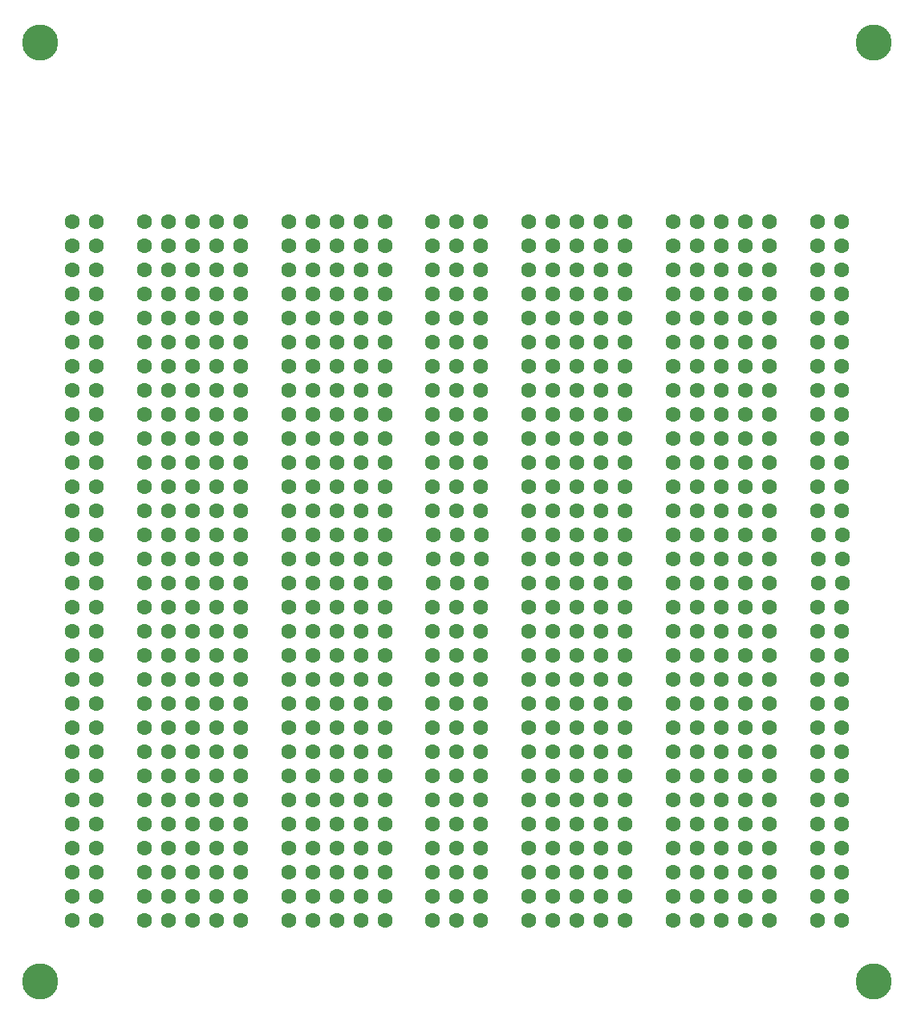
<source format=gbl>
G04 #@! TF.GenerationSoftware,KiCad,Pcbnew,8.0.2*
G04 #@! TF.CreationDate,2024-08-26T09:48:12-06:00*
G04 #@! TF.ProjectId,Perfboard_1_Horizontal,50657266-626f-4617-9264-5f315f486f72,rev?*
G04 #@! TF.SameCoordinates,Original*
G04 #@! TF.FileFunction,Copper,L2,Bot*
G04 #@! TF.FilePolarity,Positive*
%FSLAX46Y46*%
G04 Gerber Fmt 4.6, Leading zero omitted, Abs format (unit mm)*
G04 Created by KiCad (PCBNEW 8.0.2) date 2024-08-26 09:48:12*
%MOMM*%
%LPD*%
G01*
G04 APERTURE LIST*
G04 #@! TA.AperFunction,ComponentPad*
%ADD10C,1.600000*%
G04 #@! TD*
G04 #@! TA.AperFunction,ComponentPad*
%ADD11C,2.600000*%
G04 #@! TD*
G04 #@! TA.AperFunction,ConnectorPad*
%ADD12C,3.800000*%
G04 #@! TD*
G04 APERTURE END LIST*
D10*
X160700000Y-124000000D03*
X135360000Y-126540000D03*
X137900000Y-78280000D03*
X165780000Y-78280000D03*
X188640000Y-80820000D03*
X158160000Y-52880000D03*
X132820000Y-106220000D03*
X148000000Y-83360000D03*
X120120000Y-57960000D03*
X145460000Y-55420000D03*
X140440000Y-85900000D03*
X109960000Y-101140000D03*
X125200000Y-78280000D03*
X115040000Y-70660000D03*
X181020000Y-118920000D03*
X163240000Y-68120000D03*
X181020000Y-65580000D03*
X137900000Y-118920000D03*
X163240000Y-90980000D03*
X186100000Y-55420000D03*
X122660000Y-121460000D03*
X120120000Y-75740000D03*
X122660000Y-60500000D03*
X117580000Y-124000000D03*
X148000000Y-55420000D03*
X132820000Y-108760000D03*
X155620000Y-75740000D03*
X163240000Y-113840000D03*
X107420000Y-80820000D03*
X145520000Y-90980000D03*
X170860000Y-63040000D03*
X155620000Y-55420000D03*
X122660000Y-70660000D03*
X122660000Y-118920000D03*
X186100000Y-78280000D03*
X188640000Y-113840000D03*
X181020000Y-106220000D03*
X178480000Y-126540000D03*
X173400000Y-126540000D03*
X117580000Y-73200000D03*
X120120000Y-111300000D03*
X135360000Y-106220000D03*
X132820000Y-57960000D03*
X155620000Y-108760000D03*
X150540000Y-80820000D03*
X132820000Y-68120000D03*
X137900000Y-88440000D03*
X137900000Y-106220000D03*
X120120000Y-101140000D03*
X148060000Y-90980000D03*
X107420000Y-108760000D03*
X115040000Y-52880000D03*
X109960000Y-70660000D03*
X150600000Y-85900000D03*
X188640000Y-116380000D03*
X173400000Y-101140000D03*
X160700000Y-57960000D03*
X188640000Y-124000000D03*
X178480000Y-101140000D03*
X117580000Y-75740000D03*
X150540000Y-124000000D03*
X150540000Y-116380000D03*
X158160000Y-75740000D03*
X186100000Y-70660000D03*
X188640000Y-63040000D03*
X132820000Y-103680000D03*
X158160000Y-101140000D03*
X137900000Y-113840000D03*
X117580000Y-85900000D03*
X165780000Y-83360000D03*
X148000000Y-121460000D03*
X120120000Y-60500000D03*
X122660000Y-52880000D03*
X122660000Y-75740000D03*
X120120000Y-90980000D03*
X155620000Y-93520000D03*
X150540000Y-93520000D03*
X130280000Y-108760000D03*
X125200000Y-103680000D03*
X115040000Y-88440000D03*
X109960000Y-80820000D03*
X122660000Y-85900000D03*
X165780000Y-124000000D03*
X125200000Y-121460000D03*
X125200000Y-68120000D03*
X120120000Y-113840000D03*
X188640000Y-96060000D03*
X150540000Y-113840000D03*
X178480000Y-75740000D03*
X163240000Y-121460000D03*
X145460000Y-70660000D03*
X140440000Y-52880000D03*
X178480000Y-93520000D03*
X117580000Y-63040000D03*
X122660000Y-96060000D03*
X170860000Y-55420000D03*
X186100000Y-118920000D03*
X107420000Y-126540000D03*
X148000000Y-52880000D03*
X137900000Y-75740000D03*
X148000000Y-103680000D03*
X165780000Y-93520000D03*
X120120000Y-116380000D03*
X137900000Y-90980000D03*
X165780000Y-57960000D03*
X173400000Y-68120000D03*
X120120000Y-88440000D03*
X109960000Y-63040000D03*
X150540000Y-111300000D03*
X178480000Y-121460000D03*
X178480000Y-106220000D03*
X109960000Y-73200000D03*
X181020000Y-90980000D03*
X158160000Y-80820000D03*
X125200000Y-98600000D03*
X160700000Y-118920000D03*
X135360000Y-80820000D03*
X178480000Y-63040000D03*
X145460000Y-63040000D03*
X109960000Y-60500000D03*
X130280000Y-73200000D03*
X175940000Y-70660000D03*
X132820000Y-73200000D03*
X158160000Y-85900000D03*
X163240000Y-70660000D03*
X135360000Y-118920000D03*
X135360000Y-70660000D03*
X186100000Y-96060000D03*
X109960000Y-124000000D03*
X135360000Y-96060000D03*
X188640000Y-57960000D03*
X135360000Y-98600000D03*
X186100000Y-75740000D03*
X140440000Y-70660000D03*
X122660000Y-108760000D03*
X173400000Y-75740000D03*
X188640000Y-83360000D03*
X163240000Y-83360000D03*
X175940000Y-85900000D03*
X115040000Y-111300000D03*
X132820000Y-88440000D03*
X117580000Y-55420000D03*
X140440000Y-98600000D03*
X158160000Y-93520000D03*
X170860000Y-65580000D03*
X150540000Y-121460000D03*
X130280000Y-106220000D03*
X130280000Y-70660000D03*
X122660000Y-57960000D03*
X135360000Y-65580000D03*
X148000000Y-78280000D03*
X137900000Y-101140000D03*
X120120000Y-63040000D03*
X145460000Y-106220000D03*
X160700000Y-55420000D03*
X181020000Y-73200000D03*
X145460000Y-126540000D03*
X148000000Y-118920000D03*
X160700000Y-103680000D03*
X117580000Y-93520000D03*
X135360000Y-93520000D03*
X117580000Y-88440000D03*
X163240000Y-55420000D03*
X173400000Y-113840000D03*
X140440000Y-106220000D03*
X107420000Y-101140000D03*
X140440000Y-57960000D03*
X160700000Y-63040000D03*
X158160000Y-124000000D03*
X150540000Y-73200000D03*
X158160000Y-55420000D03*
X181020000Y-116380000D03*
X122660000Y-116380000D03*
X160700000Y-85900000D03*
X120120000Y-85900000D03*
X115040000Y-126540000D03*
X125200000Y-70660000D03*
X163240000Y-78280000D03*
X178480000Y-113840000D03*
X155620000Y-52880000D03*
X132820000Y-63040000D03*
X160700000Y-106220000D03*
X173400000Y-108760000D03*
X170860000Y-106220000D03*
X155620000Y-73200000D03*
X140440000Y-96060000D03*
X145460000Y-101140000D03*
X170860000Y-108760000D03*
X120120000Y-121460000D03*
X165780000Y-88440000D03*
X188640000Y-65580000D03*
X188640000Y-73200000D03*
X163240000Y-80820000D03*
X170860000Y-80820000D03*
X148000000Y-80820000D03*
X115040000Y-90980000D03*
X148000000Y-57960000D03*
X115040000Y-103680000D03*
X150600000Y-90980000D03*
X170860000Y-57960000D03*
X130280000Y-55420000D03*
X175940000Y-121460000D03*
X165780000Y-121460000D03*
X173400000Y-98600000D03*
X125200000Y-90980000D03*
X165780000Y-126540000D03*
X173400000Y-124000000D03*
X115040000Y-60500000D03*
X186100000Y-68120000D03*
X158160000Y-73200000D03*
X109960000Y-108760000D03*
X150540000Y-78280000D03*
X115040000Y-85900000D03*
X160700000Y-78280000D03*
X163240000Y-124000000D03*
X175940000Y-68120000D03*
X125200000Y-124000000D03*
X109960000Y-118920000D03*
X117580000Y-80820000D03*
X181020000Y-103680000D03*
X150540000Y-118920000D03*
X122660000Y-80820000D03*
X148000000Y-111300000D03*
X130280000Y-116380000D03*
X165780000Y-80820000D03*
X148000000Y-63040000D03*
X137900000Y-111300000D03*
X170860000Y-113840000D03*
X170860000Y-96060000D03*
X178480000Y-57960000D03*
X158160000Y-116380000D03*
X178480000Y-83360000D03*
X107420000Y-57960000D03*
X107420000Y-96060000D03*
X135360000Y-90980000D03*
X160700000Y-116380000D03*
X120120000Y-65580000D03*
X132820000Y-55420000D03*
X130280000Y-96060000D03*
X148000000Y-126540000D03*
X145460000Y-52880000D03*
X158160000Y-108760000D03*
X122660000Y-68120000D03*
X160700000Y-52880000D03*
X130280000Y-75740000D03*
X178480000Y-68120000D03*
X140440000Y-68120000D03*
X173400000Y-57960000D03*
X173400000Y-96060000D03*
X170860000Y-124000000D03*
X120120000Y-98600000D03*
X137900000Y-93520000D03*
X186160000Y-88440000D03*
X125200000Y-126540000D03*
X140440000Y-55420000D03*
X181020000Y-111300000D03*
X181020000Y-113840000D03*
X130280000Y-93520000D03*
X115040000Y-78280000D03*
X137900000Y-65580000D03*
X117580000Y-116380000D03*
X181020000Y-78280000D03*
X150540000Y-101140000D03*
X137900000Y-80820000D03*
X188700000Y-88440000D03*
X145460000Y-57960000D03*
X140440000Y-83360000D03*
X173400000Y-93520000D03*
X188640000Y-103680000D03*
X115040000Y-101140000D03*
X170860000Y-85900000D03*
X170860000Y-118920000D03*
X109960000Y-83360000D03*
X148000000Y-113840000D03*
X115040000Y-68120000D03*
X165780000Y-96060000D03*
X181020000Y-75740000D03*
X120120000Y-80820000D03*
X155620000Y-124000000D03*
X188640000Y-126540000D03*
X173400000Y-80820000D03*
X130280000Y-88440000D03*
X132820000Y-98600000D03*
X158160000Y-118920000D03*
X173400000Y-116380000D03*
X122660000Y-106220000D03*
X160700000Y-65580000D03*
X178480000Y-60500000D03*
X163240000Y-108760000D03*
X137900000Y-103680000D03*
X115040000Y-113840000D03*
X109960000Y-96060000D03*
X170860000Y-93520000D03*
X132820000Y-126540000D03*
X165780000Y-116380000D03*
X170860000Y-103680000D03*
X148000000Y-65580000D03*
X155620000Y-101140000D03*
X163240000Y-103680000D03*
X170860000Y-68120000D03*
X120120000Y-55420000D03*
X160700000Y-83360000D03*
X132820000Y-65580000D03*
X158160000Y-83360000D03*
X137900000Y-55420000D03*
X150540000Y-75740000D03*
X130280000Y-113840000D03*
X130280000Y-103680000D03*
X181020000Y-101140000D03*
X109960000Y-90980000D03*
X155620000Y-68120000D03*
X178480000Y-65580000D03*
X148000000Y-106220000D03*
X188640000Y-93520000D03*
X107420000Y-60500000D03*
X155620000Y-118920000D03*
X188640000Y-108760000D03*
X148000000Y-101140000D03*
X140440000Y-78280000D03*
X137900000Y-52880000D03*
X115040000Y-121460000D03*
X120120000Y-78280000D03*
X170860000Y-78280000D03*
X130280000Y-98600000D03*
X186100000Y-124000000D03*
X132820000Y-93520000D03*
X186100000Y-57960000D03*
X165780000Y-55420000D03*
D11*
X104000000Y-133000000D03*
D12*
X104000000Y-133000000D03*
D10*
X148000000Y-98600000D03*
X117580000Y-83360000D03*
X170860000Y-60500000D03*
X135360000Y-52880000D03*
X163240000Y-93520000D03*
X140440000Y-75740000D03*
X155620000Y-121460000D03*
X107420000Y-106220000D03*
X109960000Y-57960000D03*
X186100000Y-106220000D03*
X140440000Y-103680000D03*
X135360000Y-55420000D03*
X122660000Y-65580000D03*
X137900000Y-70660000D03*
X145460000Y-60500000D03*
X160700000Y-90980000D03*
X109960000Y-75740000D03*
X173400000Y-88440000D03*
X120120000Y-73200000D03*
X109960000Y-113840000D03*
X186100000Y-65580000D03*
X170860000Y-98600000D03*
X130280000Y-101140000D03*
X137900000Y-85900000D03*
X175940000Y-124000000D03*
X165780000Y-60500000D03*
X107420000Y-73200000D03*
X125200000Y-116380000D03*
X173400000Y-60500000D03*
X137900000Y-108760000D03*
X165780000Y-118920000D03*
X120120000Y-83360000D03*
X181020000Y-85900000D03*
X132820000Y-75740000D03*
X186160000Y-90980000D03*
X115040000Y-65580000D03*
X175940000Y-73200000D03*
X160700000Y-121460000D03*
X137900000Y-83360000D03*
X145460000Y-93520000D03*
X186100000Y-103680000D03*
X107420000Y-113840000D03*
X107420000Y-98600000D03*
X132820000Y-52880000D03*
X145460000Y-116380000D03*
X137900000Y-96060000D03*
X132820000Y-113840000D03*
X120120000Y-70660000D03*
X107420000Y-121460000D03*
X117580000Y-101140000D03*
X125200000Y-93520000D03*
X120120000Y-106220000D03*
X117580000Y-111300000D03*
X135360000Y-108760000D03*
X115040000Y-80820000D03*
X137900000Y-73200000D03*
X155620000Y-57960000D03*
X158160000Y-103680000D03*
X117580000Y-57960000D03*
X173400000Y-73200000D03*
X135360000Y-111300000D03*
X122660000Y-126540000D03*
X135360000Y-68120000D03*
X188640000Y-78280000D03*
X178480000Y-80820000D03*
X135360000Y-78280000D03*
X107420000Y-90980000D03*
X145460000Y-65580000D03*
X140440000Y-108760000D03*
X125200000Y-113840000D03*
X109960000Y-55420000D03*
X188640000Y-68120000D03*
X122660000Y-88440000D03*
X163240000Y-88440000D03*
X165780000Y-70660000D03*
X150540000Y-126540000D03*
X158160000Y-70660000D03*
X120120000Y-93520000D03*
X122660000Y-101140000D03*
X173400000Y-78280000D03*
X163240000Y-57960000D03*
X158160000Y-96060000D03*
X188640000Y-98600000D03*
X150540000Y-68120000D03*
X117580000Y-106220000D03*
X115040000Y-98600000D03*
X107420000Y-111300000D03*
X186100000Y-52880000D03*
X135360000Y-121460000D03*
X178480000Y-90980000D03*
X130280000Y-126540000D03*
X160700000Y-111300000D03*
X158160000Y-65580000D03*
X181020000Y-57960000D03*
X135360000Y-88440000D03*
X170860000Y-116380000D03*
X163240000Y-65580000D03*
X140440000Y-60500000D03*
X181020000Y-80820000D03*
X140440000Y-126540000D03*
X117580000Y-126540000D03*
X158160000Y-106220000D03*
X137900000Y-124000000D03*
X158160000Y-111300000D03*
X160700000Y-108760000D03*
X125200000Y-65580000D03*
X165780000Y-73200000D03*
X130280000Y-60500000D03*
X117580000Y-68120000D03*
X178480000Y-88440000D03*
X132820000Y-85900000D03*
X115040000Y-116380000D03*
X137900000Y-60500000D03*
X188640000Y-70660000D03*
X117580000Y-121460000D03*
X125200000Y-73200000D03*
X125200000Y-106220000D03*
X109960000Y-111300000D03*
X173400000Y-52880000D03*
X135360000Y-63040000D03*
X160700000Y-60500000D03*
X165780000Y-75740000D03*
X117580000Y-108760000D03*
X175940000Y-65580000D03*
X122660000Y-111300000D03*
X165780000Y-101140000D03*
X155620000Y-78280000D03*
X145460000Y-111300000D03*
X145460000Y-75740000D03*
X140440000Y-121460000D03*
X117580000Y-78280000D03*
X175940000Y-57960000D03*
X148000000Y-116380000D03*
X165780000Y-108760000D03*
X135360000Y-83360000D03*
X137900000Y-98600000D03*
X132820000Y-111300000D03*
X175940000Y-90980000D03*
X117580000Y-70660000D03*
X175940000Y-111300000D03*
X132820000Y-124000000D03*
X158160000Y-78280000D03*
X186100000Y-98600000D03*
X175940000Y-118920000D03*
D11*
X192000000Y-34000000D03*
D12*
X192000000Y-34000000D03*
D10*
X120120000Y-118920000D03*
X186100000Y-73200000D03*
X160700000Y-126540000D03*
X160700000Y-68120000D03*
X122660000Y-78280000D03*
X140440000Y-124000000D03*
X158160000Y-126540000D03*
X178480000Y-70660000D03*
X130280000Y-83360000D03*
X158160000Y-113840000D03*
X145520000Y-88440000D03*
X109960000Y-93520000D03*
X122660000Y-63040000D03*
X158160000Y-63040000D03*
X135360000Y-60500000D03*
X140440000Y-65580000D03*
X130280000Y-121460000D03*
X173400000Y-70660000D03*
X163240000Y-118920000D03*
X135360000Y-124000000D03*
X181020000Y-60500000D03*
X186160000Y-85900000D03*
X145460000Y-108760000D03*
X130280000Y-52880000D03*
X155620000Y-83360000D03*
X125200000Y-83360000D03*
X145460000Y-121460000D03*
X148000000Y-70660000D03*
X173400000Y-83360000D03*
X122660000Y-83360000D03*
X158160000Y-57960000D03*
X173400000Y-85900000D03*
X109960000Y-68120000D03*
X155620000Y-96060000D03*
X109960000Y-106220000D03*
X181020000Y-121460000D03*
X150540000Y-70660000D03*
X178480000Y-124000000D03*
X137900000Y-121460000D03*
X132820000Y-80820000D03*
X175940000Y-108760000D03*
X165780000Y-65580000D03*
X178480000Y-85900000D03*
X109960000Y-116380000D03*
X181020000Y-96060000D03*
X145460000Y-68120000D03*
X125200000Y-52880000D03*
X132820000Y-118920000D03*
X140440000Y-116380000D03*
X115040000Y-106220000D03*
X150540000Y-60500000D03*
X125200000Y-111300000D03*
X135360000Y-73200000D03*
X165780000Y-106220000D03*
X155620000Y-88440000D03*
X150540000Y-98600000D03*
X148060000Y-88440000D03*
X165780000Y-113840000D03*
X173400000Y-111300000D03*
X178480000Y-118920000D03*
X145460000Y-73200000D03*
X107420000Y-75740000D03*
X140440000Y-90980000D03*
X140440000Y-88440000D03*
X137900000Y-126540000D03*
X175940000Y-93520000D03*
X155620000Y-126540000D03*
X165780000Y-111300000D03*
X130280000Y-90980000D03*
X160700000Y-70660000D03*
X175940000Y-98600000D03*
X186100000Y-93520000D03*
X148000000Y-68120000D03*
X122660000Y-98600000D03*
X148060000Y-85900000D03*
X163240000Y-63040000D03*
X155620000Y-85900000D03*
X175940000Y-60500000D03*
X120120000Y-126540000D03*
X163240000Y-85900000D03*
X115040000Y-93520000D03*
X170860000Y-75740000D03*
X173400000Y-118920000D03*
X132820000Y-60500000D03*
X120120000Y-96060000D03*
X186100000Y-80820000D03*
X165780000Y-85900000D03*
X145460000Y-98600000D03*
X107420000Y-103680000D03*
X165780000Y-52880000D03*
X117580000Y-113840000D03*
X178480000Y-55420000D03*
X115040000Y-124000000D03*
X130280000Y-80820000D03*
X148000000Y-93520000D03*
X150600000Y-88440000D03*
X109960000Y-52880000D03*
X163240000Y-60500000D03*
X145460000Y-118920000D03*
X175940000Y-88440000D03*
X155620000Y-70660000D03*
X188640000Y-101140000D03*
X173400000Y-63040000D03*
X148000000Y-75740000D03*
X173400000Y-121460000D03*
X170860000Y-52880000D03*
X125200000Y-55420000D03*
X107420000Y-63040000D03*
X132820000Y-83360000D03*
X135360000Y-113840000D03*
X107420000Y-93520000D03*
X155620000Y-98600000D03*
X175940000Y-78280000D03*
X160700000Y-98600000D03*
X135360000Y-103680000D03*
X150540000Y-83360000D03*
X155620000Y-106220000D03*
X109960000Y-85900000D03*
X130280000Y-124000000D03*
X109960000Y-88440000D03*
X175940000Y-83360000D03*
X122660000Y-103680000D03*
X132820000Y-96060000D03*
X165780000Y-103680000D03*
X188700000Y-90980000D03*
X175940000Y-52880000D03*
X107420000Y-52880000D03*
X122660000Y-55420000D03*
X175940000Y-63040000D03*
X181020000Y-55420000D03*
X155620000Y-103680000D03*
X170860000Y-70660000D03*
X181020000Y-63040000D03*
X181020000Y-93520000D03*
X158160000Y-98600000D03*
X178480000Y-103680000D03*
X117580000Y-90980000D03*
X188640000Y-118920000D03*
X181020000Y-52880000D03*
X163240000Y-126540000D03*
X150540000Y-106220000D03*
X188640000Y-111300000D03*
D11*
X104000000Y-34000000D03*
D12*
X104000000Y-34000000D03*
D10*
X148000000Y-96060000D03*
X175940000Y-103680000D03*
X132820000Y-121460000D03*
X173400000Y-55420000D03*
X107420000Y-118920000D03*
X178480000Y-73200000D03*
X160700000Y-93520000D03*
X188640000Y-75740000D03*
X107420000Y-68120000D03*
X117580000Y-52880000D03*
X170860000Y-101140000D03*
X178480000Y-98600000D03*
X186100000Y-101140000D03*
X175940000Y-55420000D03*
X188700000Y-85900000D03*
X109960000Y-103680000D03*
X170860000Y-90980000D03*
X122660000Y-73200000D03*
X107420000Y-124000000D03*
X181020000Y-108760000D03*
X155620000Y-116380000D03*
X155620000Y-80820000D03*
X170860000Y-126540000D03*
X135360000Y-85900000D03*
X170860000Y-88440000D03*
X117580000Y-65580000D03*
X175940000Y-101140000D03*
X173400000Y-90980000D03*
X125200000Y-85900000D03*
X115040000Y-75740000D03*
X150540000Y-63040000D03*
X130280000Y-78280000D03*
X175940000Y-75740000D03*
X155620000Y-65580000D03*
X145520000Y-85900000D03*
X160700000Y-75740000D03*
X140440000Y-93520000D03*
X181020000Y-83360000D03*
X155620000Y-63040000D03*
X107420000Y-83360000D03*
X178480000Y-78280000D03*
X120120000Y-124000000D03*
X165780000Y-63040000D03*
X115040000Y-57960000D03*
X160700000Y-88440000D03*
X178480000Y-111300000D03*
D11*
X192000000Y-133000000D03*
D12*
X192000000Y-133000000D03*
D10*
X155620000Y-90980000D03*
X130280000Y-111300000D03*
X132820000Y-78280000D03*
X115040000Y-83360000D03*
X175940000Y-126540000D03*
X137900000Y-63040000D03*
X175940000Y-113840000D03*
X158160000Y-90980000D03*
X109960000Y-121460000D03*
X107420000Y-55420000D03*
X158160000Y-88440000D03*
X163240000Y-98600000D03*
X160700000Y-73200000D03*
X145460000Y-96060000D03*
X181020000Y-70660000D03*
X140440000Y-101140000D03*
X155620000Y-113840000D03*
X188640000Y-60500000D03*
X120120000Y-52880000D03*
X181020000Y-124000000D03*
X107420000Y-65580000D03*
X140440000Y-118920000D03*
X175940000Y-96060000D03*
X188640000Y-55420000D03*
X117580000Y-60500000D03*
X140440000Y-73200000D03*
X186100000Y-116380000D03*
X163240000Y-106220000D03*
X125200000Y-57960000D03*
X186100000Y-83360000D03*
X155620000Y-60500000D03*
X115040000Y-55420000D03*
X160700000Y-80820000D03*
X107420000Y-85900000D03*
X117580000Y-98600000D03*
X170860000Y-111300000D03*
X165780000Y-90980000D03*
X145460000Y-103680000D03*
X186100000Y-108760000D03*
X178480000Y-108760000D03*
X148000000Y-73200000D03*
X122660000Y-124000000D03*
X117580000Y-96060000D03*
X120120000Y-103680000D03*
X188640000Y-52880000D03*
X145460000Y-124000000D03*
X109960000Y-126540000D03*
X130280000Y-63040000D03*
X125200000Y-118920000D03*
X115040000Y-63040000D03*
X125200000Y-60500000D03*
X186100000Y-60500000D03*
X148000000Y-124000000D03*
X117580000Y-118920000D03*
X175940000Y-106220000D03*
X186100000Y-126540000D03*
X186100000Y-121460000D03*
X148000000Y-108760000D03*
X125200000Y-80820000D03*
X175940000Y-80820000D03*
X158160000Y-121460000D03*
X181020000Y-68120000D03*
X107420000Y-116380000D03*
X186100000Y-111300000D03*
X115040000Y-108760000D03*
X163240000Y-111300000D03*
X125200000Y-75740000D03*
X158160000Y-60500000D03*
X150540000Y-57960000D03*
X140440000Y-80820000D03*
X145460000Y-83360000D03*
X135360000Y-75740000D03*
X163240000Y-75740000D03*
X130280000Y-57960000D03*
X140440000Y-113840000D03*
X109960000Y-98600000D03*
X117580000Y-103680000D03*
X132820000Y-101140000D03*
X181020000Y-126540000D03*
X163240000Y-96060000D03*
X170860000Y-121460000D03*
X170860000Y-73200000D03*
X130280000Y-65580000D03*
X158160000Y-68120000D03*
X125200000Y-108760000D03*
X122660000Y-93520000D03*
X150540000Y-52880000D03*
X150540000Y-108760000D03*
X115040000Y-118920000D03*
X125200000Y-63040000D03*
X186100000Y-113840000D03*
X165780000Y-68120000D03*
X150540000Y-96060000D03*
X150540000Y-103680000D03*
X125200000Y-88440000D03*
X140440000Y-63040000D03*
X160700000Y-96060000D03*
X107420000Y-70660000D03*
X173400000Y-106220000D03*
X175940000Y-116380000D03*
X150540000Y-65580000D03*
X178480000Y-96060000D03*
X140440000Y-111300000D03*
X135360000Y-57960000D03*
X160700000Y-101140000D03*
X120120000Y-68120000D03*
X115040000Y-73200000D03*
X135360000Y-116380000D03*
X163240000Y-73200000D03*
X188640000Y-106220000D03*
X122660000Y-90980000D03*
X132820000Y-90980000D03*
X137900000Y-116380000D03*
X109960000Y-65580000D03*
X137900000Y-57960000D03*
X145460000Y-113840000D03*
X130280000Y-118920000D03*
X155620000Y-111300000D03*
X132820000Y-116380000D03*
X107420000Y-88440000D03*
X107420000Y-78280000D03*
X135360000Y-101140000D03*
X170860000Y-83360000D03*
X122660000Y-113840000D03*
X163240000Y-101140000D03*
X145460000Y-80820000D03*
X148000000Y-60500000D03*
X165780000Y-98600000D03*
X186100000Y-63040000D03*
X178480000Y-116380000D03*
X125200000Y-101140000D03*
X173400000Y-65580000D03*
X163240000Y-116380000D03*
X115040000Y-96060000D03*
X125200000Y-96060000D03*
X130280000Y-68120000D03*
X181020000Y-88440000D03*
X188640000Y-121460000D03*
X120120000Y-108760000D03*
X137900000Y-68120000D03*
X132820000Y-70660000D03*
X173400000Y-103680000D03*
X181020000Y-98600000D03*
X178480000Y-52880000D03*
X163240000Y-52880000D03*
X145460000Y-78280000D03*
X109960000Y-78280000D03*
X130280000Y-85900000D03*
X150540000Y-55420000D03*
X160700000Y-113840000D03*
M02*

</source>
